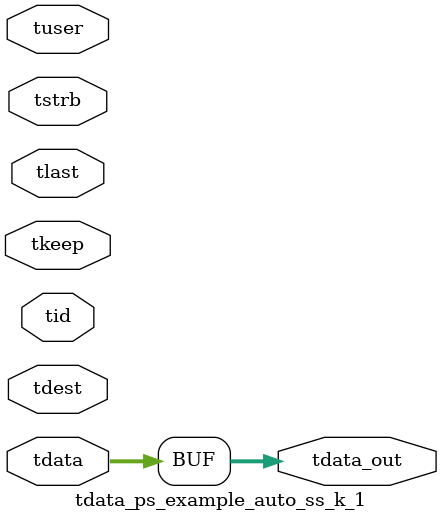
<source format=v>


`timescale 1ps/1ps

module tdata_ps_example_auto_ss_k_1 #
(
parameter C_S_AXIS_TDATA_WIDTH = 32,
parameter C_S_AXIS_TUSER_WIDTH = 0,
parameter C_S_AXIS_TID_WIDTH   = 0,
parameter C_S_AXIS_TDEST_WIDTH = 0,
parameter C_M_AXIS_TDATA_WIDTH = 32
)
(
input  [(C_S_AXIS_TDATA_WIDTH == 0 ? 1 : C_S_AXIS_TDATA_WIDTH)-1:0     ] tdata,
input  [(C_S_AXIS_TUSER_WIDTH == 0 ? 1 : C_S_AXIS_TUSER_WIDTH)-1:0     ] tuser,
input  [(C_S_AXIS_TID_WIDTH   == 0 ? 1 : C_S_AXIS_TID_WIDTH)-1:0       ] tid,
input  [(C_S_AXIS_TDEST_WIDTH == 0 ? 1 : C_S_AXIS_TDEST_WIDTH)-1:0     ] tdest,
input  [(C_S_AXIS_TDATA_WIDTH/8)-1:0 ] tkeep,
input  [(C_S_AXIS_TDATA_WIDTH/8)-1:0 ] tstrb,
input                                                                    tlast,
output [C_M_AXIS_TDATA_WIDTH-1:0] tdata_out
);

assign tdata_out = {tdata[127:0]};

endmodule


</source>
